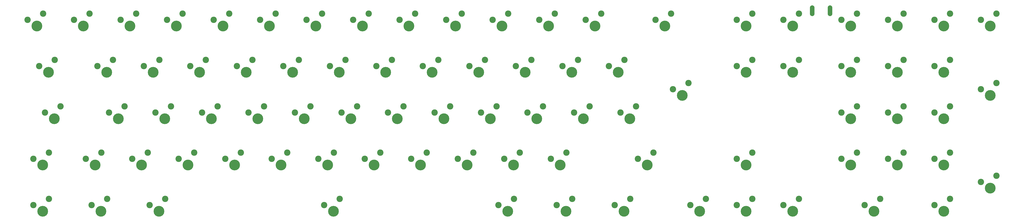
<source format=gbr>
G04 #@! TF.FileFunction,Soldermask,Top*
%FSLAX46Y46*%
G04 Gerber Fmt 4.6, Leading zero omitted, Abs format (unit mm)*
G04 Created by KiCad (PCBNEW 4.0.7) date 2018 June 19, Tuesday 20:07:00*
%MOMM*%
%LPD*%
G01*
G04 APERTURE LIST*
%ADD10C,0.100000*%
%ADD11C,2.600000*%
%ADD12C,4.400000*%
%ADD13O,1.900000X4.400000*%
G04 APERTURE END LIST*
D10*
D11*
X54790000Y-154045000D03*
X48440000Y-156585000D03*
D12*
X52250000Y-159125000D03*
D11*
X185415000Y-78045000D03*
X179065000Y-80585000D03*
D12*
X182875000Y-83125000D03*
D11*
X166415000Y-78045000D03*
X160065000Y-80585000D03*
D12*
X163875000Y-83125000D03*
D11*
X147415000Y-78045000D03*
X141065000Y-80585000D03*
D12*
X144875000Y-83125000D03*
D11*
X90415000Y-78045000D03*
X84065000Y-80585000D03*
D12*
X87875000Y-83125000D03*
D11*
X301790000Y-135045000D03*
X295440000Y-137585000D03*
D12*
X299250000Y-140125000D03*
D11*
X57165000Y-97045000D03*
X50815000Y-99585000D03*
D12*
X54625000Y-102125000D03*
D11*
X394415000Y-154045000D03*
X388065000Y-156585000D03*
D12*
X391875000Y-159125000D03*
D13*
X366600000Y-76850000D03*
X373900000Y-76850000D03*
D11*
X52415000Y-78045000D03*
X46065000Y-80585000D03*
D12*
X49875000Y-83125000D03*
D11*
X71415000Y-78045000D03*
X65065000Y-80585000D03*
D12*
X68875000Y-83125000D03*
D11*
X109415000Y-78045000D03*
X103065000Y-80585000D03*
D12*
X106875000Y-83125000D03*
D11*
X128415000Y-78045000D03*
X122065000Y-80585000D03*
D12*
X125875000Y-83125000D03*
D11*
X204415000Y-78045000D03*
X198065000Y-80585000D03*
D12*
X201875000Y-83125000D03*
D11*
X223415000Y-78045000D03*
X217065000Y-80585000D03*
D12*
X220875000Y-83125000D03*
D11*
X242415000Y-78045000D03*
X236065000Y-80585000D03*
D12*
X239875000Y-83125000D03*
D11*
X261415000Y-78045000D03*
X255065000Y-80585000D03*
D12*
X258875000Y-83125000D03*
D11*
X280415000Y-78045000D03*
X274065000Y-80585000D03*
D12*
X277875000Y-83125000D03*
D11*
X342165000Y-78045000D03*
X335815000Y-80585000D03*
D12*
X339625000Y-83125000D03*
D11*
X361165000Y-78045000D03*
X354815000Y-80585000D03*
D12*
X358625000Y-83125000D03*
D11*
X384915000Y-78045000D03*
X378565000Y-80585000D03*
D12*
X382375000Y-83125000D03*
D11*
X403915000Y-78045000D03*
X397565000Y-80585000D03*
D12*
X401375000Y-83125000D03*
D11*
X422915000Y-78045000D03*
X416565000Y-80585000D03*
D12*
X420375000Y-83125000D03*
D11*
X441915000Y-78045000D03*
X435565000Y-80585000D03*
D12*
X439375000Y-83125000D03*
D11*
X80915000Y-97045000D03*
X74565000Y-99585000D03*
D12*
X78375000Y-102125000D03*
D11*
X99915000Y-97045000D03*
X93565000Y-99585000D03*
D12*
X97375000Y-102125000D03*
D11*
X118915000Y-97045000D03*
X112565000Y-99585000D03*
D12*
X116375000Y-102125000D03*
D11*
X137915000Y-97045000D03*
X131565000Y-99585000D03*
D12*
X135375000Y-102125000D03*
D11*
X156915000Y-97045000D03*
X150565000Y-99585000D03*
D12*
X154375000Y-102125000D03*
D11*
X175915000Y-97045000D03*
X169565000Y-99585000D03*
D12*
X173375000Y-102125000D03*
D11*
X194915000Y-97045000D03*
X188565000Y-99585000D03*
D12*
X192375000Y-102125000D03*
D11*
X213915000Y-97045000D03*
X207565000Y-99585000D03*
D12*
X211375000Y-102125000D03*
D11*
X232915000Y-97045000D03*
X226565000Y-99585000D03*
D12*
X230375000Y-102125000D03*
D11*
X251915000Y-97045000D03*
X245565000Y-99585000D03*
D12*
X249375000Y-102125000D03*
D11*
X270915000Y-97045000D03*
X264565000Y-99585000D03*
D12*
X268375000Y-102125000D03*
D11*
X289915000Y-97045000D03*
X283565000Y-99585000D03*
D12*
X287375000Y-102125000D03*
D11*
X361165000Y-97045000D03*
X354815000Y-99585000D03*
D12*
X358625000Y-102125000D03*
D11*
X384915000Y-97045000D03*
X378565000Y-99585000D03*
D12*
X382375000Y-102125000D03*
D11*
X403915000Y-97045000D03*
X397565000Y-99585000D03*
D12*
X401375000Y-102125000D03*
D11*
X422915000Y-97045000D03*
X416565000Y-99585000D03*
D12*
X420375000Y-102125000D03*
D11*
X85665000Y-116045000D03*
X79315000Y-118585000D03*
D12*
X83125000Y-121125000D03*
D11*
X104665000Y-116045000D03*
X98315000Y-118585000D03*
D12*
X102125000Y-121125000D03*
D11*
X123665000Y-116045000D03*
X117315000Y-118585000D03*
D12*
X121125000Y-121125000D03*
D11*
X142665000Y-116045000D03*
X136315000Y-118585000D03*
D12*
X140125000Y-121125000D03*
D11*
X161665000Y-116045000D03*
X155315000Y-118585000D03*
D12*
X159125000Y-121125000D03*
D11*
X180665000Y-116045000D03*
X174315000Y-118585000D03*
D12*
X178125000Y-121125000D03*
D11*
X199665000Y-116045000D03*
X193315000Y-118585000D03*
D12*
X197125000Y-121125000D03*
D11*
X218665000Y-116045000D03*
X212315000Y-118585000D03*
D12*
X216125000Y-121125000D03*
D11*
X237665000Y-116045000D03*
X231315000Y-118585000D03*
D12*
X235125000Y-121125000D03*
D11*
X256665000Y-116045000D03*
X250315000Y-118585000D03*
D12*
X254125000Y-121125000D03*
D11*
X275665000Y-116045000D03*
X269315000Y-118585000D03*
D12*
X273125000Y-121125000D03*
D11*
X294665000Y-116045000D03*
X288315000Y-118585000D03*
D12*
X292125000Y-121125000D03*
D11*
X384915000Y-116045000D03*
X378565000Y-118585000D03*
D12*
X382375000Y-121125000D03*
D11*
X403915000Y-116045000D03*
X397565000Y-118585000D03*
D12*
X401375000Y-121125000D03*
D11*
X422915000Y-116045000D03*
X416565000Y-118585000D03*
D12*
X420375000Y-121125000D03*
D11*
X76165000Y-135045000D03*
X69815000Y-137585000D03*
D12*
X73625000Y-140125000D03*
D11*
X95165000Y-135045000D03*
X88815000Y-137585000D03*
D12*
X92625000Y-140125000D03*
D11*
X114165000Y-135045000D03*
X107815000Y-137585000D03*
D12*
X111625000Y-140125000D03*
D11*
X133165000Y-135045000D03*
X126815000Y-137585000D03*
D12*
X130625000Y-140125000D03*
D11*
X152165000Y-135045000D03*
X145815000Y-137585000D03*
D12*
X149625000Y-140125000D03*
D11*
X171165000Y-135045000D03*
X164815000Y-137585000D03*
D12*
X168625000Y-140125000D03*
D11*
X190165000Y-135045000D03*
X183815000Y-137585000D03*
D12*
X187625000Y-140125000D03*
D11*
X209165000Y-135045000D03*
X202815000Y-137585000D03*
D12*
X206625000Y-140125000D03*
D11*
X228165000Y-135045000D03*
X221815000Y-137585000D03*
D12*
X225625000Y-140125000D03*
D11*
X247165000Y-135045000D03*
X240815000Y-137585000D03*
D12*
X244625000Y-140125000D03*
D11*
X266165000Y-135045000D03*
X259815000Y-137585000D03*
D12*
X263625000Y-140125000D03*
D11*
X342165000Y-135045000D03*
X335815000Y-137585000D03*
D12*
X339625000Y-140125000D03*
D11*
X384915000Y-135045000D03*
X378565000Y-137585000D03*
D12*
X382375000Y-140125000D03*
D11*
X403915000Y-135045000D03*
X397565000Y-137585000D03*
D12*
X401375000Y-140125000D03*
D11*
X422915000Y-135045000D03*
X416565000Y-137585000D03*
D12*
X420375000Y-140125000D03*
D11*
X323165000Y-154045000D03*
X316815000Y-156585000D03*
D12*
X320625000Y-159125000D03*
D11*
X342165000Y-154045000D03*
X335815000Y-156585000D03*
D12*
X339625000Y-159125000D03*
D11*
X361165000Y-154045000D03*
X354815000Y-156585000D03*
D12*
X358625000Y-159125000D03*
D11*
X422915000Y-154045000D03*
X416565000Y-156585000D03*
D12*
X420375000Y-159125000D03*
D11*
X342165000Y-97045000D03*
X335815000Y-99585000D03*
D12*
X339625000Y-102125000D03*
D11*
X59540000Y-116045000D03*
X53190000Y-118585000D03*
D12*
X57000000Y-121125000D03*
D11*
X78540000Y-154045000D03*
X72190000Y-156585000D03*
D12*
X76000000Y-159125000D03*
D11*
X102290000Y-154045000D03*
X95940000Y-156585000D03*
D12*
X99750000Y-159125000D03*
D11*
X244790000Y-154045000D03*
X238440000Y-156585000D03*
D12*
X242250000Y-159125000D03*
D11*
X268540000Y-154045000D03*
X262190000Y-156585000D03*
D12*
X266000000Y-159125000D03*
D11*
X292290000Y-154045000D03*
X285940000Y-156585000D03*
D12*
X289750000Y-159125000D03*
D11*
X54790000Y-135045000D03*
X48440000Y-137585000D03*
D12*
X52250000Y-140125000D03*
D11*
X316040000Y-106545000D03*
X309690000Y-109085000D03*
D12*
X313500000Y-111625000D03*
D11*
X441915000Y-144545000D03*
X435565000Y-147085000D03*
D12*
X439375000Y-149625000D03*
D11*
X441915000Y-106545000D03*
X435565000Y-109085000D03*
D12*
X439375000Y-111625000D03*
D11*
X308915000Y-78045000D03*
X302565000Y-80585000D03*
D12*
X306375000Y-83125000D03*
D11*
X173540000Y-154045000D03*
X167190000Y-156585000D03*
D12*
X171000000Y-159125000D03*
M02*

</source>
